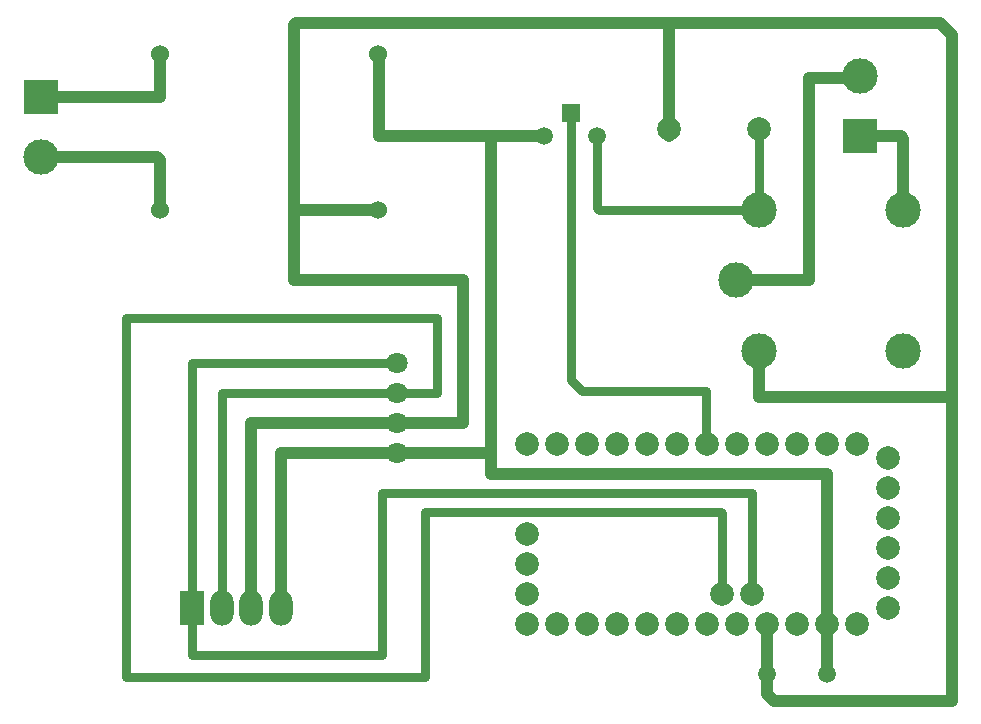
<source format=gbr>
%TF.GenerationSoftware,KiCad,Pcbnew,(5.1.8)-1*%
%TF.CreationDate,2023-03-30T10:41:41+02:00*%
%TF.ProjectId,CommandeJF,436f6d6d-616e-4646-954a-462e6b696361,rev?*%
%TF.SameCoordinates,PX5a995c0PY7735940*%
%TF.FileFunction,Copper,L2,Bot*%
%TF.FilePolarity,Positive*%
%FSLAX46Y46*%
G04 Gerber Fmt 4.6, Leading zero omitted, Abs format (unit mm)*
G04 Created by KiCad (PCBNEW (5.1.8)-1) date 2023-03-30 10:41:41*
%MOMM*%
%LPD*%
G01*
G04 APERTURE LIST*
%TA.AperFunction,ComponentPad*%
%ADD10C,1.998980*%
%TD*%
%TA.AperFunction,ComponentPad*%
%ADD11C,2.000000*%
%TD*%
%TA.AperFunction,ComponentPad*%
%ADD12C,1.524000*%
%TD*%
%TA.AperFunction,ComponentPad*%
%ADD13C,1.501140*%
%TD*%
%TA.AperFunction,ComponentPad*%
%ADD14C,1.800000*%
%TD*%
%TA.AperFunction,ComponentPad*%
%ADD15C,1.500000*%
%TD*%
%TA.AperFunction,ComponentPad*%
%ADD16R,1.500000X1.500000*%
%TD*%
%TA.AperFunction,ComponentPad*%
%ADD17C,3.000000*%
%TD*%
%TA.AperFunction,ComponentPad*%
%ADD18O,2.000000X3.000000*%
%TD*%
%TA.AperFunction,ComponentPad*%
%ADD19R,2.000000X3.000000*%
%TD*%
%TA.AperFunction,ComponentPad*%
%ADD20R,3.000000X3.000000*%
%TD*%
%TA.AperFunction,Conductor*%
%ADD21C,1.000000*%
%TD*%
%TA.AperFunction,Conductor*%
%ADD22C,0.800000*%
%TD*%
G04 APERTURE END LIST*
D10*
%TO.P,D2,1*%
%TO.N,+5V*%
X65890000Y53800000D03*
%TO.P,D2,2*%
%TO.N,Net-(D2-Pad2)*%
X73510000Y53800000D03*
%TD*%
D11*
%TO.P,XA101,GND5*%
%TO.N,N/C*%
X84380000Y13260000D03*
%TO.P,XA101,GND4*%
X84380000Y15800000D03*
%TO.P,XA101,VCC1*%
X84380000Y18340000D03*
%TO.P,XA101,RXI*%
X84380000Y20880000D03*
%TO.P,XA101,TX0*%
X84380000Y23420000D03*
%TO.P,XA101,DTR*%
X84380000Y25960000D03*
%TO.P,XA101,GND2*%
X74190000Y27130000D03*
%TO.P,XA101,D9*%
X53870000Y27130000D03*
%TO.P,XA101,A4*%
%TO.N,SDA*%
X70380000Y14430000D03*
%TO.P,XA101,D8*%
%TO.N,N/C*%
X56410000Y27130000D03*
%TO.P,XA101,D7*%
X58950000Y27130000D03*
%TO.P,XA101,D6*%
X61490000Y27130000D03*
%TO.P,XA101,D5*%
X64030000Y27130000D03*
%TO.P,XA101,D4*%
X66570000Y27130000D03*
%TO.P,XA101,D3*%
%TO.N,SIG*%
X69110000Y27130000D03*
%TO.P,XA101,D2*%
%TO.N,N/C*%
X71650000Y27130000D03*
%TO.P,XA101,RST2*%
X76730000Y27130000D03*
%TO.P,XA101,D1*%
X79270000Y27130000D03*
%TO.P,XA101,D0*%
X81810000Y27130000D03*
%TO.P,XA101,A5*%
%TO.N,SCL*%
X72920000Y14430000D03*
%TO.P,XA101,A7*%
%TO.N,N/C*%
X53870000Y14430000D03*
%TO.P,XA101,A6*%
X53870000Y16970000D03*
%TO.P,XA101,GND3*%
X53870000Y19510000D03*
%TO.P,XA101,D10*%
X53870000Y11890000D03*
%TO.P,XA101,RAW*%
X81810000Y11890000D03*
%TO.P,XA101,GND*%
%TO.N,GND*%
X79270000Y11890000D03*
%TO.P,XA101,RST*%
%TO.N,N/C*%
X76730000Y11890000D03*
%TO.P,XA101,VCC*%
%TO.N,+5V*%
X74190000Y11890000D03*
%TO.P,XA101,A3*%
%TO.N,N/C*%
X71650000Y11890000D03*
%TO.P,XA101,A2*%
X69110000Y11890000D03*
%TO.P,XA101,A1*%
X66570000Y11890000D03*
%TO.P,XA101,A0*%
X64030000Y11890000D03*
%TO.P,XA101,D13*%
X61490000Y11890000D03*
%TO.P,XA101,D12*%
X58950000Y11890000D03*
%TO.P,XA101,D11*%
X56410000Y11890000D03*
%TD*%
D12*
%TO.P,U101,4*%
%TO.N,+5V*%
X41250000Y47000000D03*
%TO.P,U101,3*%
%TO.N,GND*%
X41250000Y60200000D03*
%TO.P,U101,2*%
%TO.N,Net-(J1-Pad2)*%
X22750000Y47000000D03*
%TO.P,U101,1*%
%TO.N,+24V*%
X22750000Y60200000D03*
%TD*%
D13*
%TO.P,C101,2*%
%TO.N,GND*%
X79240000Y7700000D03*
%TO.P,C101,1*%
%TO.N,+5V*%
X74160000Y7700000D03*
%TD*%
D14*
%TO.P,U2,1*%
%TO.N,GND*%
X42800000Y26360000D03*
%TO.P,U2,2*%
%TO.N,+5V*%
X42800000Y28900000D03*
%TO.P,U2,3*%
%TO.N,SDA*%
X42800000Y31440000D03*
%TO.P,U2,4*%
%TO.N,SCL*%
X42800000Y33980000D03*
%TD*%
D15*
%TO.P,TR1,1*%
%TO.N,GND*%
X55300000Y53200000D03*
%TO.P,TR1,3*%
%TO.N,Net-(D2-Pad2)*%
X59800000Y53200000D03*
D16*
%TO.P,TR1,2*%
%TO.N,SIG*%
X57570000Y55200000D03*
%TD*%
D17*
%TO.P,K1,11*%
%TO.N,Net-(J2-Pad2)*%
X71500000Y41000000D03*
%TO.P,K1,A2*%
%TO.N,Net-(D2-Pad2)*%
X73500000Y47000000D03*
%TO.P,K1,12*%
%TO.N,Net-(J2-Pad1)*%
X85700000Y47000000D03*
%TO.P,K1,14*%
%TO.N,N/C*%
X85700000Y35000000D03*
%TO.P,K1,A1*%
%TO.N,+5V*%
X73500000Y35000000D03*
%TD*%
D18*
%TO.P,J3,4*%
%TO.N,GND*%
X33000000Y13300000D03*
%TO.P,J3,3*%
%TO.N,+5V*%
X30500000Y13300000D03*
%TO.P,J3,2*%
%TO.N,SDA*%
X28000000Y13300000D03*
D19*
%TO.P,J3,1*%
%TO.N,SCL*%
X25500000Y13300000D03*
%TD*%
D17*
%TO.P,J2,2*%
%TO.N,Net-(J2-Pad2)*%
X82000000Y58280000D03*
D20*
%TO.P,J2,1*%
%TO.N,Net-(J2-Pad1)*%
X82000000Y53200000D03*
%TD*%
D17*
%TO.P,J1,2*%
%TO.N,Net-(J1-Pad2)*%
X12700000Y51420000D03*
D20*
%TO.P,J1,1*%
%TO.N,+24V*%
X12700000Y56500000D03*
%TD*%
D21*
%TO.N,+24V*%
X12700000Y56500000D02*
X22700000Y56500000D01*
X22750000Y56550000D02*
X22750000Y60200000D01*
X22700000Y56500000D02*
X22750000Y56550000D01*
%TO.N,GND*%
X33000000Y13300000D02*
X33000000Y26360000D01*
X33000000Y26360000D02*
X42800000Y26360000D01*
X79270000Y7730000D02*
X79240000Y7700000D01*
X79270000Y11890000D02*
X79270000Y7730000D01*
X42960000Y26200000D02*
X42800000Y26360000D01*
X50820400Y46979600D02*
X50800000Y47000000D01*
X50820400Y33979600D02*
X50820400Y34379600D01*
X55300000Y53200000D02*
X51000000Y53200000D01*
X50820400Y53020400D02*
X50820400Y46520400D01*
X51000000Y53200000D02*
X50820400Y53020400D01*
X50820400Y46520400D02*
X50820400Y46979600D01*
X50820400Y34379600D02*
X50820400Y46520400D01*
X50760000Y26360000D02*
X50820400Y26420400D01*
X42800000Y26360000D02*
X50760000Y26360000D01*
X50820400Y26420400D02*
X50820400Y33979600D01*
X50820400Y24600000D02*
X50820400Y26420400D01*
X79270000Y24600000D02*
X50820400Y24600000D01*
X79270000Y11890000D02*
X79270000Y24600000D01*
X41240800Y60190800D02*
X41250000Y60200000D01*
X51000000Y53200000D02*
X41300000Y53200000D01*
X41300000Y60150000D02*
X41250000Y60200000D01*
X41300000Y53200000D02*
X41300000Y60150000D01*
%TO.N,+5V*%
X30500000Y13300000D02*
X30500000Y28900000D01*
X30500000Y28900000D02*
X42800000Y28900000D01*
X74160000Y11860000D02*
X74190000Y11890000D01*
X74160000Y7700000D02*
X74160000Y11860000D01*
X73500000Y31100000D02*
X73500000Y35000000D01*
X89800000Y31100000D02*
X73500000Y31100000D01*
X74760000Y5400000D02*
X89800000Y5400000D01*
X74160000Y6000000D02*
X74760000Y5400000D01*
X74160000Y7700000D02*
X74160000Y6000000D01*
X89800000Y30500000D02*
X89800000Y31100000D01*
X89800000Y5400000D02*
X89800000Y30500000D01*
X65890000Y53200000D02*
X65890000Y57790000D01*
X65890000Y57790000D02*
X65890000Y62790000D01*
X48400000Y28900000D02*
X42800000Y28900000D01*
X48400000Y41059200D02*
X48400000Y28900000D01*
X34100000Y41059200D02*
X48400000Y41059200D01*
X34290000Y62790000D02*
X34100000Y62600000D01*
X65890000Y62790000D02*
X34290000Y62790000D01*
X34300000Y47000000D02*
X34100000Y47200000D01*
X41250000Y47000000D02*
X34300000Y47000000D01*
X34100000Y47200000D02*
X34100000Y41059200D01*
X34100000Y62600000D02*
X34100000Y47200000D01*
X89800000Y61800000D02*
X88810000Y62790000D01*
X89800000Y31100000D02*
X89800000Y61800000D01*
X65890000Y62790000D02*
X88810000Y62790000D01*
%TO.N,Net-(J2-Pad2)*%
X81820000Y58100000D02*
X82000000Y58280000D01*
X77700000Y58100000D02*
X81820000Y58100000D01*
X77700000Y41000000D02*
X77700000Y58100000D01*
X71500000Y41000000D02*
X77700000Y41000000D01*
%TO.N,Net-(J2-Pad1)*%
X82000000Y53200000D02*
X85500000Y53200000D01*
X85700000Y53000000D02*
X85700000Y47000000D01*
X85500000Y53200000D02*
X85700000Y53000000D01*
D22*
%TO.N,SDA*%
X28000000Y13300000D02*
X28000000Y31440000D01*
X28000000Y31440000D02*
X42800000Y31440000D01*
X70380000Y21320000D02*
X70380000Y14430000D01*
X45200000Y21400000D02*
X70300000Y21400000D01*
X19900000Y7400000D02*
X45200000Y7400000D01*
X70300000Y21400000D02*
X70380000Y21320000D01*
X45200000Y7400000D02*
X45200000Y21400000D01*
X19900000Y37800000D02*
X19900000Y7400000D01*
X46200000Y37800000D02*
X19900000Y37800000D01*
X46200000Y31440000D02*
X46200000Y37800000D01*
X42800000Y31440000D02*
X46200000Y31440000D01*
%TO.N,SCL*%
X42800000Y33980000D02*
X25500000Y33980000D01*
X25500000Y33980000D02*
X25500000Y13300000D01*
X72920000Y23000000D02*
X72920000Y14430000D01*
X41600000Y23000000D02*
X72920000Y23000000D01*
X41600000Y9300000D02*
X41600000Y23000000D01*
X25500000Y9300000D02*
X41600000Y9300000D01*
X25500000Y13300000D02*
X25500000Y9300000D01*
%TO.N,SIG*%
X57570000Y55200000D02*
X57570000Y32530000D01*
X57570000Y32530000D02*
X58500000Y31600000D01*
X58500000Y31600000D02*
X69000000Y31600000D01*
X69000000Y27240000D02*
X69110000Y27130000D01*
X69000000Y31600000D02*
X69000000Y27240000D01*
%TO.N,Net-(D2-Pad2)*%
X73510000Y47010000D02*
X73500000Y47000000D01*
X73510000Y53200000D02*
X73510000Y47010000D01*
X59800000Y53200000D02*
X59800000Y47100000D01*
X59900000Y47000000D02*
X73500000Y47000000D01*
X59800000Y47100000D02*
X59900000Y47000000D01*
D21*
%TO.N,Net-(J1-Pad2)*%
X12700000Y51420000D02*
X22480000Y51420000D01*
X22750000Y51150000D02*
X22750000Y47000000D01*
X22480000Y51420000D02*
X22750000Y51150000D01*
%TD*%
M02*

</source>
